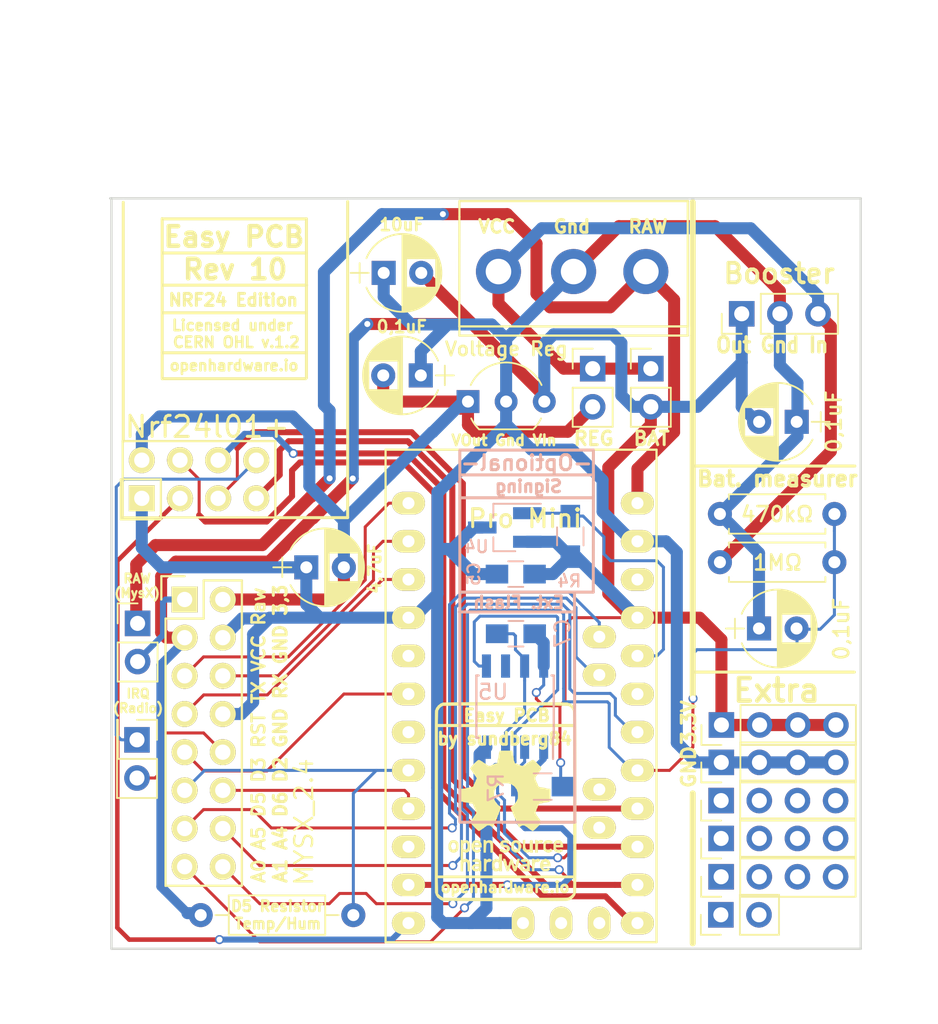
<source format=kicad_pcb>
(kicad_pcb (version 4) (host pcbnew 4.0.4-stable)
  (layers (0 F.Cu signal) (31 B.Cu signal) (34 B.Paste user) (35 F.Paste user) (36 B.SilkS user) (37 F.SilkS user) (38 B.Mask user) (39 F.Mask user) (44 Edge.Cuts user))
  (net 0 "")
  (net 1 +3V3)
  (net 2 GND)
  (net 3 "Net-(JP1-Pad1)")
  (net 4 RAW)
  (net 5 TX)
  (net 6 RX)
  (net 7 D3)
  (net 8 D5)
  (net 9 D6)
  (net 10 MOSI)
  (net 11 MISO)
  (net 12 SCK)
  (net 13 A0)
  (net 14 A1)
  (net 15 A4)
  (net 16 A5)
  (net 17 Reset)
  (net 18 A3)
  (net 19 "Net-(C7-Pad2)")
  (net 20 Flash_CS)
  (net 21 VCC)
  (net 22 D2/IRQ)
  (net 23 CS)
  (net 24 CSN)
  (net 25 "Net-(JP3-Pad2)")
  (net 26 "Net-(JP4-Pad1)")
  (module Pin_Headers:Pin_Header_Straight_1x03_Pitch2.54mm (layer F.Cu) (at 166.59 69.29 90)
    (fp_text reference U1 hide)
    (fp_text value DC/DCBooster hide)
    (pad 1 thru_hole rect (at 0 0 90) (size 1.7 1.7) (drill 1) (layers *.Cu *.Mask) (net 21 VCC))
    (pad 2 thru_hole oval (at 0 2.54 90) (size 1.7 1.7) (drill 1) (layers *.Cu *.Mask) (net 2 GND))
    (pad 3 thru_hole oval (at 0 5.08 90) (size 1.7 1.7) (drill 1) (layers *.Cu *.Mask) (net 3 "Net-(JP1-Pad1)"))
  )
  (module Resistors_ThroughHole:R_Axial_DIN0207_L6.3mm_D2.5mm_P10.16mm_Horizontal (layer F.Cu) (at 130.58 109.3)
    (fp_text reference R1 hide)
    (fp_text value R hide)
    (pad 1 thru_hole circle (at 0 0) (size 1.6 1.6) (drill 0.8) (layers *.Cu *.Mask) (net 21 VCC))
    (pad 2 thru_hole oval (at 10.16 0) (size 1.6 1.6) (drill 0.8) (layers *.Cu *.Mask) (net 8 D5))
  )
  (module mysensors_arduino:pro_mini (layer F.Cu) (at 152.03 95.86 270)
    (fp_text reference IC1 hide)
    (fp_text value ArduinoProMini hide)
    (pad 28 thru_hole oval (at 5.08 -5.08 270) (size 1.50114 2.19964) (drill 0.8001) (layers *.Cu *.Mask F.SilkS))
    (pad 27 thru_hole oval (at 7.62 -5.08 270) (size 1.50114 2.19964) (drill 0.8001) (layers *.Cu *.Mask F.SilkS))
    (pad 1 thru_hole oval (at -13.97 7.62 270) (size 1.50114 2.19964) (drill 0.8001) (layers *.Cu *.Mask F.SilkS) (net 5 TX))
    (pad 2 thru_hole oval (at -11.43 7.62 270) (size 1.50114 2.19964) (drill 0.8001) (layers *.Cu *.Mask F.SilkS) (net 6 RX))
    (pad 3 thru_hole oval (at -8.89 7.62 270) (size 1.50114 2.19964) (drill 0.8001) (layers *.Cu *.Mask F.SilkS) (net 17 Reset))
    (pad 4 thru_hole oval (at -6.35 7.62 270) (size 1.50114 2.19964) (drill 0.8001) (layers *.Cu *.Mask F.SilkS) (net 2 GND))
    (pad 5 thru_hole oval (at -3.81 7.62 270) (size 1.50114 2.19964) (drill 0.8001) (layers *.Cu *.Mask F.SilkS) (net 22 D2/IRQ))
    (pad 6 thru_hole oval (at -1.27 7.62 270) (size 1.50114 2.19964) (drill 0.8001) (layers *.Cu *.Mask F.SilkS) (net 7 D3))
    (pad 7 thru_hole oval (at 1.27 7.62 270) (size 1.50114 2.19964) (drill 0.8001) (layers *.Cu *.Mask F.SilkS))
    (pad 8 thru_hole oval (at 3.81 7.62 270) (size 1.50114 2.19964) (drill 0.8001) (layers *.Cu *.Mask F.SilkS) (net 8 D5))
    (pad 9 thru_hole oval (at 6.35 7.62 270) (size 1.50114 2.19964) (drill 0.8001) (layers *.Cu *.Mask F.SilkS) (net 9 D6))
    (pad 10 thru_hole oval (at 8.89 7.62 270) (size 1.50114 2.19964) (drill 0.8001) (layers *.Cu *.Mask F.SilkS))
    (pad 11 thru_hole oval (at 11.43 7.62 270) (size 1.50114 2.19964) (drill 0.8001) (layers *.Cu *.Mask F.SilkS) (net 20 Flash_CS))
    (pad 12 thru_hole oval (at 13.97 7.62 270) (size 1.50114 2.19964) (drill 0.8001) (layers *.Cu *.Mask F.SilkS) (net 23 CS))
    (pad 13 thru_hole oval (at 13.97 -7.62 270) (size 1.50114 2.19964) (drill 0.8001) (layers *.Cu *.Mask F.SilkS) (net 24 CSN))
    (pad 14 thru_hole oval (at 11.43 -7.62 270) (size 1.50114 2.19964) (drill 0.8001) (layers *.Cu *.Mask F.SilkS) (net 10 MOSI))
    (pad 15 thru_hole oval (at 8.89 -7.62 270) (size 1.50114 2.19964) (drill 0.8001) (layers *.Cu *.Mask F.SilkS) (net 11 MISO))
    (pad 16 thru_hole oval (at 6.35 -7.62 270) (size 1.50114 2.19964) (drill 0.8001) (layers *.Cu *.Mask F.SilkS) (net 12 SCK))
    (pad 17 thru_hole oval (at 3.81 -7.62 270) (size 1.50114 2.19964) (drill 0.8001) (layers *.Cu *.Mask F.SilkS) (net 13 A0))
    (pad 18 thru_hole oval (at 1.27 -7.62 270) (size 1.50114 2.19964) (drill 0.8001) (layers *.Cu *.Mask F.SilkS) (net 14 A1))
    (pad 19 thru_hole oval (at -1.27 -7.62 270) (size 1.50114 2.19964) (drill 0.8001) (layers *.Cu *.Mask F.SilkS))
    (pad 20 thru_hole oval (at -3.81 -7.62 270) (size 1.50114 2.19964) (drill 0.8001) (layers *.Cu *.Mask F.SilkS) (net 18 A3))
    (pad 21 thru_hole oval (at -6.35 -7.62 270) (size 1.50114 2.19964) (drill 0.8001) (layers *.Cu *.Mask F.SilkS) (net 21 VCC))
    (pad 22 thru_hole oval (at -8.89 -7.62 270) (size 1.50114 2.19964) (drill 0.8001) (layers *.Cu *.Mask F.SilkS))
    (pad 23 thru_hole oval (at -11.43 -7.62 270) (size 1.50114 2.19964) (drill 0.8001) (layers *.Cu *.Mask F.SilkS) (net 2 GND))
    (pad 24 thru_hole oval (at -13.97 -7.62 270) (size 1.50114 2.19964) (drill 0.8001) (layers *.Cu *.Mask F.SilkS) (net 4 RAW))
    (pad 25 thru_hole oval (at -2.54 -5.08 270) (size 1.50114 2.19964) (drill 0.8001) (layers *.Cu *.Mask F.SilkS) (net 15 A4))
    (pad 26 thru_hole oval (at -5.08 -5.08 270) (size 1.50114 2.19964) (drill 0.8001) (layers *.Cu *.Mask F.SilkS) (net 16 A5))
    (pad 30 thru_hole oval (at 13.97 -5.08 270) (size 2.19964 1.50114) (drill 0.8001) (layers *.Cu *.Mask F.SilkS))
    (pad 31 thru_hole oval (at 13.97 -2.54 270) (size 2.19964 1.50114) (drill 0.8001) (layers *.Cu *.Mask F.SilkS))
    (pad 29 thru_hole oval (at 13.97 0 270) (size 2.19964 1.50114) (drill 0.8001) (layers *.Cu *.Mask F.SilkS) (net 2 GND))
  )
  (module Resistors_ThroughHole:R_Axial_DIN0207_L6.3mm_D2.5mm_P7.62mm_Horizontal (layer F.Cu) (at 165.14 85.82)
    (fp_text reference R3 hide)
    (fp_text value 1M hide)
    (pad 1 thru_hole circle (at 0 0) (size 1.6 1.6) (drill 0.8) (layers *.Cu *.Mask) (net 3 "Net-(JP1-Pad1)"))
    (pad 2 thru_hole oval (at 7.62 0) (size 1.6 1.6) (drill 0.8) (layers *.Cu *.Mask) (net 13 A0))
  )
  (module Capacitors_ThroughHole:CP_Radial_D5.0mm_P2.50mm (layer F.Cu) (at 167.74 90.23)
    (fp_text reference C3 hide)
    (fp_text value C hide)
    (pad 1 thru_hole rect (at 0 0) (size 1.6 1.6) (drill 0.8) (layers *.Cu *.Mask) (net 2 GND))
    (pad 2 thru_hole circle (at 2.5 0) (size 1.6 1.6) (drill 0.8) (layers *.Cu *.Mask) (net 13 A0))
  )
  (module Capacitors_ThroughHole:CP_Radial_D5.0mm_P2.50mm (layer F.Cu) (at 142.76 66.57)
    (fp_text reference C2 hide)
    (fp_text value 10uF)
    (pad 1 thru_hole rect (at 0 0) (size 1.6 1.6) (drill 0.8) (layers *.Cu *.Mask) (net 2 GND))
    (pad 2 thru_hole circle (at 2.5 0) (size 1.6 1.6) (drill 0.8) (layers *.Cu *.Mask) (net 21 VCC))
  )
  (module Pin_Headers:Pin_Header_Straight_1x02_Pitch2.54mm (layer F.Cu) (at 160.54 72.94)
    (fp_text reference JP1 hide)
    (fp_text value REG hide)
    (pad 1 thru_hole rect (at 0 0) (size 1.7 1.7) (drill 1) (layers *.Cu *.Mask) (net 3 "Net-(JP1-Pad1)"))
    (pad 2 thru_hole oval (at 0 2.54) (size 1.7 1.7) (drill 1) (layers *.Cu *.Mask) (net 21 VCC))
  )
  (module Pin_Headers:Pin_Header_Straight_1x02_Pitch2.54mm (layer F.Cu) (at 156.67 72.94)
    (fp_text reference JP2 hide)
    (fp_text value BAT hide)
    (pad 1 thru_hole rect (at 0 0) (size 1.7 1.7) (drill 1) (layers *.Cu *.Mask) (net 3 "Net-(JP1-Pad1)"))
    (pad 2 thru_hole oval (at 0 2.54) (size 1.7 1.7) (drill 1) (layers *.Cu *.Mask) (net 1 +3V3))
  )
  (module Pin_Headers:Pin_Header_Straight_1x02_Pitch2.54mm (layer F.Cu) (at 126.38 89.89)
    (fp_text reference JP3 hide)
    (fp_text value RAW hide)
    (pad 1 thru_hole rect (at 0 0) (size 1.7 1.7) (drill 1) (layers *.Cu *.Mask) (net 4 RAW))
    (pad 2 thru_hole oval (at 0 2.54) (size 1.7 1.7) (drill 1) (layers *.Cu *.Mask) (net 25 "Net-(JP3-Pad2)"))
  )
  (module Capacitors_ThroughHole:CP_Radial_D5.0mm_P2.50mm (layer F.Cu) (at 145.23 73.39 180)
    (fp_text reference C1 hide)
    (fp_text value 0,1uF hide)
    (pad 1 thru_hole rect (at 0 0 180) (size 1.6 1.6) (drill 0.8) (layers *.Cu *.Mask) (net 2 GND))
    (pad 2 thru_hole circle (at 2.5 0 180) (size 1.6 1.6) (drill 0.8) (layers *.Cu *.Mask) (net 1 +3V3))
  )
  (module Pin_Headers:Pin_Header_Straight_1x04_Pitch2.54mm (layer F.Cu) (at 165.24 96.65 90)
    (fp_text reference P4 hide)
    (fp_text value X4)
    (pad 1 thru_hole rect (at 0 0 90) (size 1.7 1.7) (drill 1) (layers *.Cu *.Mask) (net 21 VCC))
    (pad 2 thru_hole oval (at 0 2.54 90) (size 1.7 1.7) (drill 1) (layers *.Cu *.Mask) (net 21 VCC))
    (pad 3 thru_hole oval (at 0 5.08 90) (size 1.7 1.7) (drill 1) (layers *.Cu *.Mask) (net 21 VCC))
    (pad 4 thru_hole oval (at 0 7.62 90) (size 1.7 1.7) (drill 1) (layers *.Cu *.Mask) (net 21 VCC))
  )
  (module Pin_Headers:Pin_Header_Straight_1x04_Pitch2.54mm (layer F.Cu) (at 165.23 99.14 90)
    (fp_text reference P5 hide)
    (fp_text value X5)
    (pad 1 thru_hole rect (at 0 0 90) (size 1.7 1.7) (drill 1) (layers *.Cu *.Mask) (net 2 GND))
    (pad 2 thru_hole oval (at 0 2.54 90) (size 1.7 1.7) (drill 1) (layers *.Cu *.Mask) (net 2 GND))
    (pad 3 thru_hole oval (at 0 5.08 90) (size 1.7 1.7) (drill 1) (layers *.Cu *.Mask) (net 2 GND))
    (pad 4 thru_hole oval (at 0 7.62 90) (size 1.7 1.7) (drill 1) (layers *.Cu *.Mask) (net 2 GND))
  )
  (module Pin_Headers:Pin_Header_Straight_1x04_Pitch2.54mm (layer F.Cu) (at 165.22 104.2 90)
    (fp_text reference P7 hide)
    (fp_text value X7)
    (pad 1 thru_hole rect (at 0 0 90) (size 1.7 1.7) (drill 1) (layers *.Cu *.Mask))
    (pad 2 thru_hole oval (at 0 2.54 90) (size 1.7 1.7) (drill 1) (layers *.Cu *.Mask))
    (pad 3 thru_hole oval (at 0 5.08 90) (size 1.7 1.7) (drill 1) (layers *.Cu *.Mask))
    (pad 4 thru_hole oval (at 0 7.62 90) (size 1.7 1.7) (drill 1) (layers *.Cu *.Mask))
  )
  (module Pin_Headers:Pin_Header_Straight_1x04_Pitch2.54mm (layer F.Cu) (at 165.22 106.75 90)
    (fp_text reference P8 hide)
    (fp_text value X8)
    (pad 1 thru_hole rect (at 0 0 90) (size 1.7 1.7) (drill 1) (layers *.Cu *.Mask))
    (pad 2 thru_hole oval (at 0 2.54 90) (size 1.7 1.7) (drill 1) (layers *.Cu *.Mask))
    (pad 3 thru_hole oval (at 0 5.08 90) (size 1.7 1.7) (drill 1) (layers *.Cu *.Mask))
    (pad 4 thru_hole oval (at 0 7.62 90) (size 1.7 1.7) (drill 1) (layers *.Cu *.Mask))
  )
  (module Pin_Headers:Pin_Header_Straight_1x04_Pitch2.54mm (layer F.Cu) (at 165.22 101.68 90)
    (fp_text reference P6 hide)
    (fp_text value X6)
    (pad 1 thru_hole rect (at 0 0 90) (size 1.7 1.7) (drill 1) (layers *.Cu *.Mask))
    (pad 2 thru_hole oval (at 0 2.54 90) (size 1.7 1.7) (drill 1) (layers *.Cu *.Mask))
    (pad 3 thru_hole oval (at 0 5.08 90) (size 1.7 1.7) (drill 1) (layers *.Cu *.Mask))
    (pad 4 thru_hole oval (at 0 7.62 90) (size 1.7 1.7) (drill 1) (layers *.Cu *.Mask))
  )
  (module Pin_Headers:Pin_Header_Straight_1x02_Pitch2.54mm (layer F.Cu) (at 165.2 109.28 90)
    (fp_text reference P9 hide)
    (fp_text value X9)
    (pad 1 thru_hole rect (at 0 0 90) (size 1.7 1.7) (drill 1) (layers *.Cu *.Mask))
    (pad 2 thru_hole oval (at 0 2.54 90) (size 1.7 1.7) (drill 1) (layers *.Cu *.Mask))
  )
  (module ASKicadLib:3_block_Screw_Terminal (layer F.Cu) (at 155.4 66.48)
    (fp_text reference P1 hide)
    (fp_text value Power hide)
    (pad 3 thru_hole circle (at 4.81 0) (size 3 3) (drill 1.7) (layers *.Cu *.Mask) (net 4 RAW))
    (pad 1 thru_hole circle (at -5 0) (size 3 3) (drill 1.7) (layers *.Cu *.Mask) (net 3 "Net-(JP1-Pad1)"))
    (pad 2 thru_hole circle (at 0 0) (size 3 3) (drill 1.7) (layers *.Cu *.Mask) (net 2 GND))
  )
  (module mysensors_connectors:MYSX_2.4 (layer F.Cu) (at 129.51 88.3)
    (fp_text reference P2 hide)
    (fp_text value MYSX_2.4 (at 7.94 14.81 90) (layer F.SilkS) (effects (font (size 1.2 1.2))))
    (pad 16 thru_hole oval (at 2.54 17.78) (size 1.7272 1.7272) (drill 1.016) (layers *.Cu *.Mask F.SilkS) (net 14 A1))
    (pad 15 thru_hole oval (at 0 17.78) (size 1.7272 1.7272) (drill 1.016) (layers *.Cu *.Mask F.SilkS) (net 13 A0))
    (pad 14 thru_hole oval (at 2.54 15.24) (size 1.7272 1.7272) (drill 1.016) (layers *.Cu *.Mask F.SilkS) (net 15 A4))
    (pad 13 thru_hole oval (at 0 15.24) (size 1.7272 1.7272) (drill 1.016) (layers *.Cu *.Mask F.SilkS) (net 16 A5))
    (pad 12 thru_hole oval (at 2.54 12.7) (size 1.7272 1.7272) (drill 1.016) (layers *.Cu *.Mask F.SilkS) (net 9 D6))
    (pad 11 thru_hole oval (at 0 12.7) (size 1.7272 1.7272) (drill 1.016) (layers *.Cu *.Mask F.SilkS) (net 8 D5))
    (pad 10 thru_hole oval (at 2.54 10.16) (size 1.7272 1.7272) (drill 1.016) (layers *.Cu *.Mask F.SilkS) (net 22 D2/IRQ))
    (pad 9 thru_hole oval (at 0 10.16) (size 1.7272 1.7272) (drill 1.016) (layers *.Cu *.Mask F.SilkS) (net 7 D3))
    (pad 1 thru_hole rect (at 0 0) (size 1.7272 1.7272) (drill 1.016) (layers *.Cu *.Mask F.SilkS) (net 25 "Net-(JP3-Pad2)"))
    (pad 2 thru_hole oval (at 2.54 0) (size 1.7272 1.7272) (drill 1.016) (layers *.Cu *.Mask F.SilkS) (net 1 +3V3))
    (pad 3 thru_hole oval (at 0 2.54) (size 1.7272 1.7272) (drill 1.016) (layers *.Cu *.Mask F.SilkS) (net 21 VCC))
    (pad 4 thru_hole oval (at 2.54 2.54) (size 1.7272 1.7272) (drill 1.016) (layers *.Cu *.Mask F.SilkS) (net 2 GND))
    (pad 5 thru_hole oval (at 0 5.08) (size 1.7272 1.7272) (drill 1.016) (layers *.Cu *.Mask F.SilkS) (net 5 TX))
    (pad 6 thru_hole oval (at 2.54 5.08) (size 1.7272 1.7272) (drill 1.016) (layers *.Cu *.Mask F.SilkS) (net 6 RX))
    (pad 7 thru_hole oval (at 0 7.62) (size 1.7272 1.7272) (drill 1.016) (layers *.Cu *.Mask F.SilkS) (net 17 Reset))
    (pad 8 thru_hole oval (at 2.54 7.62) (size 1.7272 1.7272) (drill 1.016) (layers *.Cu *.Mask F.SilkS) (net 2 GND))
  )
  (module Resistors_ThroughHole:R_Axial_DIN0207_L6.3mm_D2.5mm_P7.62mm_Horizontal (layer F.Cu) (at 165.14 82.61)
    (fp_text reference R2 hide)
    (fp_text value 470k hide)
    (pad 1 thru_hole circle (at 0 0) (size 1.6 1.6) (drill 0.8) (layers *.Cu *.Mask) (net 2 GND))
    (pad 2 thru_hole oval (at 7.62 0) (size 1.6 1.6) (drill 0.8) (layers *.Cu *.Mask) (net 13 A0))
  )
  (module Capacitors_SMD:C_0805_HandSoldering (layer B.Cu) (at 151.55 86.61 180)
    (fp_text reference C5 (at 2.79 0 270) (layer B.SilkS) (effects (font (size 0.8 0.8)) (justify mirror)))
    (fp_text value 0,1uF)
    (pad 1 smd rect (at -1.25 0 180) (size 1.5 1.25) (layers B.Cu B.Paste B.Mask) (net 21 VCC))
    (pad 2 smd rect (at 1.25 0 180) (size 1.5 1.25) (layers B.Cu B.Paste B.Mask) (net 2 GND))
  )
  (module Resistors_SMD:R_0805_HandSoldering (layer B.Cu) (at 155.18 84.1 270)
    (fp_text reference R4 (at 2.972 0.062 360) (layer B.SilkS) (effects (font (size 0.8 0.8)) (justify mirror)))
    (fp_text value 10k)
    (pad 1 smd rect (at -1.35 0 270) (size 1.5 1.3) (layers B.Cu B.Paste B.Mask) (net 18 A3))
    (pad 2 smd rect (at 1.35 0 270) (size 1.5 1.3) (layers B.Cu B.Paste B.Mask) (net 21 VCC))
  )
  (module TO_SOT_Packages_SMD:SOT-23_Handsoldering (layer B.Cu) (at 150.82 83.51 180)
    (fp_text reference U4 (at 1.891 -1.277 180) (layer B.SilkS) (effects (font (size 0.8 0.8)) (justify mirror)))
    (fp_text value ATSHA204A)
    (pad 1 smd rect (at -1.5 0.95 180) (size 1.9 0.8) (layers B.Cu B.Paste B.Mask) (net 18 A3))
    (pad 2 smd rect (at -1.5 -0.95 180) (size 1.9 0.8) (layers B.Cu B.Paste B.Mask) (net 21 VCC))
    (pad 3 smd rect (at 1.5 0 180) (size 1.9 0.8) (layers B.Cu B.Paste B.Mask) (net 2 GND))
  )
  (module Capacitors_ThroughHole:CP_Radial_D5.0mm_P2.50mm (layer F.Cu) (at 170.25 76.48 180)
    (fp_text reference C4 hide)
    (fp_text value C hide)
    (pad 1 thru_hole rect (at 0 0 180) (size 1.6 1.6) (drill 0.8) (layers *.Cu *.Mask) (net 2 GND))
    (pad 2 thru_hole circle (at 2.5 0 180) (size 1.6 1.6) (drill 0.8) (layers *.Cu *.Mask) (net 21 VCC))
  )
  (module Capacitors_SMD:C_0805_HandSoldering (layer B.Cu) (at 151.56 90.58 180)
    (fp_text reference C7 (at -3.11 0.03 270) (layer B.SilkS) (effects (justify mirror)))
    (fp_text value 0,1uF)
    (pad 1 smd rect (at -1.25 0 180) (size 1.5 1.25) (layers B.Cu B.Paste B.Mask) (net 1 +3V3))
    (pad 2 smd rect (at 1.25 0 180) (size 1.5 1.25) (layers B.Cu B.Paste B.Mask) (net 19 "Net-(C7-Pad2)"))
  )
  (module Resistors_SMD:R_0805_HandSoldering (layer B.Cu) (at 153.34 100.75)
    (fp_text reference R7 (at -3.11 0.07 270) (layer B.SilkS) (effects (justify mirror)))
    (fp_text value 10k)
    (pad 1 smd rect (at -1.35 0) (size 1.5 1.3) (layers B.Cu B.Paste B.Mask) (net 20 Flash_CS))
    (pad 2 smd rect (at 1.35 0) (size 1.5 1.3) (layers B.Cu B.Paste B.Mask) (net 1 +3V3))
  )
  (module Housings_SOIC:SOIC-8_3.9x4.9mm_Pitch1.27mm (layer B.Cu) (at 151.505 95.43 90)
    (fp_text reference U5 (at 0.98 -1.465 180) (layer B.SilkS) (effects (justify mirror)))
    (fp_text value AT25DF512C)
    (pad 1 smd rect (at -2.7 1.905 90) (size 1.55 0.6) (layers B.Cu B.Paste B.Mask) (net 20 Flash_CS))
    (pad 2 smd rect (at -2.7 0.635 90) (size 1.55 0.6) (layers B.Cu B.Paste B.Mask) (net 11 MISO))
    (pad 3 smd rect (at -2.7 -0.635 90) (size 1.55 0.6) (layers B.Cu B.Paste B.Mask) (net 19 "Net-(C7-Pad2)"))
    (pad 4 smd rect (at -2.7 -1.905 90) (size 1.55 0.6) (layers B.Cu B.Paste B.Mask) (net 2 GND))
    (pad 5 smd rect (at 2.7 -1.905 90) (size 1.55 0.6) (layers B.Cu B.Paste B.Mask) (net 10 MOSI))
    (pad 6 smd rect (at 2.7 -0.635 90) (size 1.55 0.6) (layers B.Cu B.Paste B.Mask))
    (pad 7 smd rect (at 2.7 0.635 90) (size 1.55 0.6) (layers B.Cu B.Paste B.Mask) (net 19 "Net-(C7-Pad2)"))
    (pad 8 smd rect (at 2.7 1.905 90) (size 1.55 0.6) (layers B.Cu B.Paste B.Mask) (net 1 +3V3))
  )
  (module Mounting_Holes:MountingHole_2.5mm (layer F.Cu) (at 126.95 109.26)
    (fp_text reference P3 hide)
    (fp_text value Mount_Hole)
    (pad 1 np_thru_hole circle (at 0 0) (size 2.5 2.5) (drill 2.5) (layers *.Cu *.Mask))
  )
  (module Mounting_Holes:MountingHole_2.5mm (layer F.Cu) (at 171.99 109.77)
    (fp_text reference P10 hide)
    (fp_text value Mount_Hole)
    (pad 1 np_thru_hole circle (at 0 0) (size 2.5 2.5) (drill 2.5) (layers *.Cu *.Mask))
  )
  (module Mounting_Holes:MountingHole_2.5mm (layer F.Cu) (at 172.03 64.1)
    (fp_text reference P11 hide)
    (fp_text value Mount_Hole hide)
    (pad 1 np_thru_hole circle (at 0 0) (size 2.5 2.5) (drill 2.5) (layers *.Cu *.Mask))
  )
  (module TO_SOT_Packages_THT:TO-92_Inline_Wide (layer F.Cu) (at 148.37 75.13)
    (fp_text reference U2 hide)
    (fp_text value LE33)
    (pad 2 thru_hole circle (at 2.54 0 90) (size 1.52 1.52) (drill 0.8) (layers *.Cu *.Mask) (net 2 GND))
    (pad 3 thru_hole circle (at 5.08 0 90) (size 1.52 1.52) (drill 0.8) (layers *.Cu *.Mask) (net 21 VCC))
    (pad 1 thru_hole rect (at 0 0 90) (size 1.52 1.52) (drill 0.8) (layers *.Cu *.Mask) (net 1 +3V3))
  )
  (module Capacitors_ThroughHole:CP_Radial_D5.0mm_P2.50mm (layer F.Cu) (at 137.61 86.16)
    (fp_text reference C6 hide)
    (fp_text value 4,7uF hide)
    (pad 1 thru_hole rect (at 0 0) (size 1.6 1.6) (drill 0.8) (layers *.Cu *.Mask) (net 2 GND))
    (pad 2 thru_hole circle (at 2.5 0) (size 1.6 1.6) (drill 0.8) (layers *.Cu *.Mask) (net 1 +3V3))
  )
  (module Pin_Headers:Pin_Header_Straight_2x01_Pitch2.54mm (layer F.Cu) (at 126.3396 97.6376 270)
    (fp_text reference JP4 hide)
    (fp_text value JUMPER)
    (pad 1 thru_hole rect (at 0 0 270) (size 1.7 1.7) (drill 1) (layers *.Cu *.Mask) (net 26 "Net-(JP4-Pad1)"))
    (pad 2 thru_hole oval (at 2.54 0 270) (size 1.7 1.7) (drill 1) (layers *.Cu *.Mask) (net 22 D2/IRQ))
  )
  (module mysensors_radios:NRF24L01 (layer F.Cu) (at 125.136 83.094 180)
    (fp_text reference U3 hide)
    (fp_text value NRF24L01 hide)
    (pad 7 thru_hole oval (at -9.144 1.524 180) (size 1.7272 1.7272) (drill 1.016) (layers *.Cu *.Mask F.SilkS) (net 11 MISO))
    (pad 8 thru_hole oval (at -9.144 4.064 180) (size 1.7272 1.7272) (drill 1.016) (layers *.Cu *.Mask F.SilkS) (net 26 "Net-(JP4-Pad1)"))
    (pad 5 thru_hole oval (at -6.604 1.524 180) (size 1.7272 1.7272) (drill 1.016) (layers *.Cu *.Mask F.SilkS) (net 12 SCK))
    (pad 6 thru_hole oval (at -6.604 4.064 180) (size 1.7272 1.7272) (drill 1.016) (layers *.Cu *.Mask F.SilkS) (net 10 MOSI))
    (pad 3 thru_hole oval (at -4.064 1.524 180) (size 1.7272 1.7272) (drill 1.016) (layers *.Cu *.Mask F.SilkS) (net 23 CS))
    (pad 4 thru_hole oval (at -4.064 4.064 180) (size 1.7272 1.7272) (drill 1.016) (layers *.Cu *.Mask F.SilkS) (net 24 CSN))
    (pad 1 thru_hole rect (at -1.524 1.524 180) (size 1.7272 1.7272) (drill 1.016) (layers *.Cu *.Mask F.SilkS) (net 2 GND))
    (pad 2 thru_hole oval (at -1.524 4.064 180) (size 1.7272 1.7272) (drill 1.016) (layers *.Cu *.Mask F.SilkS) (net 1 +3V3))
  )
  (module graphicslogo:OpenSourceLogo_1000x1000_neg (layer F.Cu) (at 150.86 101.74)
    (fp_text reference G*** hide)
    (fp_text value LOGO hide)
  )
  (gr_text Nrf24l01+ (at 131.0132 76.8096) (layer F.SilkS) (effects (font (size 1.4 1.4) (thickness 0.2))))
  (gr_line (start 125.4252 77.7748) (end 125.4252 61.8744) (layer F.SilkS) (width 0.2))
  (gr_line (start 140.3604 82.8548) (end 140.3604 61.8236) (layer F.SilkS) (width 0.2))
  (gr_line (start 135.5344 82.8548) (end 140.3604 82.8548) (layer F.SilkS) (width 0.2))
  (gr_text 4,7uF (at 142.17 86.25 90) (layer F.SilkS) (effects (font (size 0.8 0.8) (thickness 0.175))))
  (gr_text "REG  BAT" (at 158.6 77.59) (layer F.SilkS) (effects (font (size 0.9 0.9) (thickness 0.2))))
  (gr_text "VCC    Gnd    RAW\n\n" (at 155.35 64.17) (layer F.SilkS) (effects (font (size 0.85 0.85) (thickness 0.2))))
  (gr_text "IRQ\n(Radio)" (at 126.41 95.0468) (layer F.SilkS) (effects (font (size 0.6 0.6))))
  (gr_text "Ext. Flash" (at 151.75 88.5) (layer B.SilkS) (effects (font (size 0.8 0.8) (thickness 0.2)) (justify mirror)))
  (gr_line (start 147.8 89.13) (end 155.44 89.13) (layer B.SilkS) (width 0.2))
  (gr_line (start 147.85 103.12) (end 155.49 103.12) (layer B.SilkS) (width 0.2))
  (gr_line (start 155.46 87.82) (end 155.48 103.1) (layer B.SilkS) (width 0.2))
  (gr_line (start 147.84 87.81) (end 156.71 87.81) (layer B.SilkS) (width 0.2))
  (gr_text Signing (at 152.4 80.772) (layer B.SilkS) (effects (font (size 0.8 0.8) (thickness 0.2)) (justify mirror)))
  (gr_line (start 147.828 80.01) (end 156.718 80.01) (layer B.SilkS) (width 0.2))
  (gr_text "-Optional-\n" (at 152.273 79.21) (layer B.SilkS) (effects (font (size 1 1) (thickness 0.2)) (justify mirror)))
  (gr_line (start 156.718 78.359) (end 156.718 80.137) (layer B.SilkS) (width 0.2))
  (gr_line (start 147.828 78.359) (end 156.718 78.359) (layer B.SilkS) (width 0.2))
  (gr_line (start 147.828 80.137) (end 147.828 78.359) (layer B.SilkS) (width 0.2))
  (gr_line (start 156.718 80.137) (end 156.718 81.407) (layer B.SilkS) (width 0.2))
  (gr_line (start 147.828 81.407) (end 147.828 80.137) (layer B.SilkS) (width 0.2))
  (gr_line (start 147.828 88.392) (end 147.828 88.265) (layer B.SilkS) (width 0.2))
  (gr_line (start 156.718 81.407) (end 156.71 87.81) (layer B.SilkS) (width 0.2))
  (gr_line (start 147.828 81.534) (end 156.718 81.534) (layer B.SilkS) (width 0.2))
  (gr_line (start 147.83 103.1) (end 147.828 81.407) (layer B.SilkS) (width 0.2))
  (gr_text 10uF (at 143.96 63.36 360) (layer F.SilkS) (effects (font (size 0.8 0.8) (thickness 0.175))))
  (gr_text 0,1uF (at 143.96 70.15 360) (layer F.SilkS) (effects (font (size 0.8 0.8) (thickness 0.175))))
  (gr_text "Voltage Reg" (at 150.9268 71.628) (layer F.SilkS) (effects (font (size 0.9 0.9) (thickness 0.175))))
  (gr_text 0,1uF (at 172.72 76.47 90) (layer F.SilkS) (effects (font (size 1 1) (thickness 0.175))))
  (gr_text "0,1uF\n" (at 173.22 90.26 90) (layer F.SilkS) (effects (font (size 1 1) (thickness 0.175))))
  (gr_text "1MΩ\n" (at 168.98 85.85) (layer F.SilkS) (effects (font (size 1 1) (thickness 0.175))))
  (gr_text "470kΩ\n" (at 168.95 82.63) (layer F.SilkS) (effects (font (size 1 1) (thickness 0.175))))
  (gr_text "D5 Resistor" (at 135.68 108.71) (layer F.SilkS) (effects (font (size 0.7 0.7) (thickness 0.175))))
  (gr_text "Out Gnd In" (at 168.62 71.37) (layer F.SilkS) (effects (font (size 1 0.9) (thickness 0.225))))
  (gr_line (start 163.33 94.79) (end 163.33 61.87) (angle 90) (layer F.SilkS) (width 0.4))
  (gr_line (start 163.33 101.2) (end 163.33 111.18) (angle 90) (layer F.SilkS) (width 0.4))
  (gr_text GND (at 163.06 99.44 90) (layer F.SilkS) (effects (font (size 0.9 0.9) (thickness 0.2))))
  (gr_text 3.3V (at 163.06 96.49 90) (layer F.SilkS) (effects (font (size 0.9 0.9) (thickness 0.2))))
  (gr_text "VOut Gnd VIn" (at 150.77 77.71) (layer F.SilkS) (effects (font (size 0.7 0.7) (thickness 0.175))))
  (gr_text "Pro Mini" (at 152.17 82.91) (layer F.SilkS) (effects (font (size 1.2 1.2) (thickness 0.2))))
  (gr_line (start 137.5664 73.6092) (end 128.0364 73.6092) (angle 90) (layer F.SilkS) (width 0.2))
  (gr_text openhardware.io (at 132.8 72.7352) (layer F.SilkS) (effects (font (size 0.7 0.7) (thickness 0.175))))
  (gr_text openhardware.io (at 150.84 107.45) (layer F.SilkS) (effects (font (size 0.7 0.7) (thickness 0.175))))
  (gr_text "by sundberg84" (at 150.81 97.57) (layer F.SilkS) (effects (font (size 0.8 0.8) (thickness 0.2))))
  (gr_text "Easy PCB" (at 150.95 96.02) (layer F.SilkS) (effects (font (size 0.8 0.8) (thickness 0.2))))
  (gr_line (start 137.54 71.8852) (end 128.01 71.8852) (angle 90) (layer F.SilkS) (width 0.2))
  (gr_text "Licensed under \nCERN OHL v.1.2" (at 132.95 70.6252) (layer F.SilkS) (effects (font (size 0.7 0.7) (thickness 0.175))))
  (gr_line (start 137.57 69.2252) (end 128.04 69.2252) (angle 90) (layer F.SilkS) (width 0.2))
  (gr_text "NRF24 Edition" (at 132.75 68.3752) (layer F.SilkS) (effects (font (size 0.8 0.8) (thickness 0.2))))
  (gr_line (start 137.6172 62.9684) (end 137.6172 73.5584) (angle 90) (layer F.SilkS) (width 0.2))
  (gr_line (start 128.016 62.9592) (end 128.016 73.6092) (angle 90) (layer F.SilkS) (width 0.2))
  (gr_text "Rev 10" (at 132.87 66.3452) (layer F.SilkS) (effects (font (size 1.3 1.3) (thickness 0.3))))
  (gr_line (start 137.63 67.3852) (end 128.1 67.3852) (angle 90) (layer F.SilkS) (width 0.2))
  (gr_text "Easy PCB" (at 132.79 64.1752) (layer F.SilkS) (effects (font (size 1.3 1.3) (thickness 0.3))))
  (gr_line (start 137.61 65.2452) (end 128.08 65.2452) (angle 90) (layer F.SilkS) (width 0.2))
  (gr_line (start 128.05 62.9752) (end 137.61 62.9752) (angle 90) (layer F.SilkS) (width 0.2))
  (gr_text "RAW\n(MysX)" (at 126.35 87.39) (layer F.SilkS) (effects (font (size 0.6 0.6))))
  (gr_text "A1 A4 D6 D2 GND RX GND 3,3" (at 135.88 97.23 90) (layer F.SilkS) (effects (font (size 0.85 0.85) (thickness 0.2))))
  (gr_text "A0 A5 D5 D3 RST TX VCC Raw" (at 134.43 97.33 90) (layer F.SilkS) (effects (font (size 0.85 0.85) (thickness 0.175))))
  (gr_text Extra (at 168.91 94.35) (layer F.SilkS) (effects (font (size 1.5 1.5) (thickness 0.3))))
  (gr_line (start 163.42 93.13) (end 174.09 93.13) (angle 90) (layer F.SilkS) (width 0.2))
  (gr_text "Bat. measurer" (at 168.96 80.27) (layer F.SilkS) (effects (font (size 1 1) (thickness 0.25))))
  (gr_text Temp/Hum (at 135.71 109.87) (layer F.SilkS) (effects (font (size 0.7 0.7) (thickness 0.175))))
  (gr_text Booster (at 169.08 66.61) (layer F.SilkS) (effects (font (size 1.3 1.3) (thickness 0.25))))
  (gr_line (start 163.5 79.42) (end 174.12 79.42) (angle 90) (layer F.SilkS) (width 0.2))
  (gr_line (start 124.64 111.54) (end 124.64 61.6) (angle 90) (layer Edge.Cuts) (width 0.15))
  (gr_line (start 174.51 111.54) (end 124.64 111.54) (angle 90) (layer Edge.Cuts) (width 0.15))
  (gr_line (start 174.51 61.61) (end 174.51 111.54) (angle 90) (layer Edge.Cuts) (width 0.15))
  (gr_line (start 124.55 61.61) (end 174.51 61.61) (angle 90) (layer Edge.Cuts) (width 0.15))
  (segment (start 136.69 76.12) (end 127.85 76.12) (width 0.8) (layer B.Cu) (net 1))
  (segment (start 140.11 83.05) (end 137.81 80.75) (width 0.8) (layer B.Cu) (net 1))
  (segment (start 137.81 80.75) (end 137.81 77.24) (width 0.8) (layer B.Cu) (net 1))
  (segment (start 137.81 77.24) (end 136.69 76.12) (width 0.8) (layer B.Cu) (net 1))
  (segment (start 127.85 76.12) (end 126.66 77.31) (width 0.8) (layer B.Cu) (net 1))
  (segment (start 126.66 77.31) (end 126.66 79.03) (width 0.8) (layer B.Cu) (net 1))
  (segment (start 148.37 75.13) (end 143.33863 75.13) (width 0.8) (layer F.Cu) (net 1))
  (segment (start 143.33863 75.13) (end 142.73 74.52137) (width 0.8) (layer F.Cu) (net 1))
  (segment (start 142.73 74.52137) (end 142.73 73.39) (width 0.8) (layer F.Cu) (net 1))
  (segment (start 143.23 79.93) (end 145.99 77.17) (width 0.8) (layer B.Cu) (net 1))
  (segment (start 145.99 77.17) (end 146.02 77.17) (width 0.8) (layer B.Cu) (net 1))
  (segment (start 146.02 77.17) (end 148.06 75.13) (width 0.8) (layer B.Cu) (net 1))
  (segment (start 148.06 75.13) (end 148.37 75.13) (width 0.8) (layer B.Cu) (net 1))
  (segment (start 142.51 80.65) (end 143.23 79.93) (width 0.8) (layer B.Cu) (net 1))
  (segment (start 143.15 80.01) (end 143.23 79.93) (width 0.8) (layer B.Cu) (net 1))
  (segment (start 140.11 83.05) (end 141.99 81.17) (width 0.8) (layer B.Cu) (net 1))
  (segment (start 141.99 81.17) (end 142.51 80.65) (width 0.8) (layer B.Cu) (net 1))
  (segment (start 140.11 86.16) (end 140.11 83.05) (width 0.8) (layer B.Cu) (net 1))
  (segment (start 132.05 88.3) (end 139.10137 88.3) (width 0.8) (layer F.Cu) (net 1))
  (segment (start 139.10137 88.3) (end 140.11 87.29137) (width 0.8) (layer F.Cu) (net 1))
  (segment (start 140.11 87.29137) (end 140.11 86.16) (width 0.8) (layer F.Cu) (net 1))
  (segment (start 147.89 75.61) (end 148.37 75.13) (width 0.8) (layer F.Cu) (net 1))
  (segment (start 156.67 75.48) (end 155.01 77.14) (width 0.8) (layer F.Cu) (net 1))
  (segment (start 155.01 77.14) (end 148.82 77.14) (width 0.8) (layer F.Cu) (net 1))
  (segment (start 148.82 77.14) (end 148.37 76.69) (width 0.8) (layer F.Cu) (net 1))
  (segment (start 148.37 76.69) (end 148.37 75.13) (width 0.8) (layer F.Cu) (net 1))
  (segment (start 154.54 99.16) (end 154.54 100.49) (width 0.2) (layer B.Cu) (net 1))
  (segment (start 154.54 100.49) (end 154.41 100.62) (width 0.2) (layer B.Cu) (net 1))
  (segment (start 154.49 95.37) (end 154.49 99.11) (width 0.2) (layer F.Cu) (net 1))
  (segment (start 154.49 99.11) (end 154.54 99.16) (width 0.2) (layer F.Cu) (net 1))
  (via (at 154.54 99.16) (size 0.6) (drill 0.4) (layers F.Cu B.Cu) (net 1))
  (segment (start 154.49 95.37) (end 154.83 95.03) (width 0.2) (layer F.Cu) (net 1))
  (segment (start 153.375736 95.37) (end 154.49 95.37) (width 0.2) (layer F.Cu) (net 1))
  (segment (start 152.92 94.49) (end 152.92 94.914264) (width 0.2) (layer F.Cu) (net 1))
  (segment (start 152.92 94.914264) (end 153.375736 95.37) (width 0.2) (layer F.Cu) (net 1))
  (segment (start 153.41 92.73) (end 153.41 94) (width 0.2) (layer B.Cu) (net 1))
  (segment (start 153.41 94) (end 152.92 94.49) (width 0.2) (layer B.Cu) (net 1))
  (via (at 152.92 94.49) (size 0.6) (drill 0.4) (layers F.Cu B.Cu) (net 1))
  (segment (start 152.81 90.58) (end 153.41 91.18) (width 0.8) (layer B.Cu) (net 1))
  (segment (start 153.41 91.18) (end 153.41 92.73) (width 0.8) (layer B.Cu) (net 1))
  (segment (start 154.83 89.96) (end 155.28 89.51) (width 0.2) (layer F.Cu) (net 1))
  (segment (start 154.83 95.03) (end 154.83 89.96) (width 0.2) (layer F.Cu) (net 1))
  (segment (start 165.23 99.14) (end 163.58 99.14) (width 0.8) (layer B.Cu) (net 2))
  (segment (start 163.58 99.14) (end 162.27 97.83) (width 0.8) (layer B.Cu) (net 2))
  (segment (start 162.27 97.83) (end 162.27 85.15018) (width 0.8) (layer B.Cu) (net 2))
  (segment (start 162.27 85.15018) (end 161.54982 84.43) (width 0.8) (layer B.Cu) (net 2))
  (segment (start 161.54982 84.43) (end 159.65 84.43) (width 0.8) (layer B.Cu) (net 2))
  (segment (start 155.3 78.33) (end 152.6 78.33) (width 0.8) (layer B.Cu) (net 2))
  (segment (start 152.6 78.33) (end 150.91 76.64) (width 0.8) (layer B.Cu) (net 2))
  (segment (start 157.33 80.36) (end 155.3 78.33) (width 0.8) (layer B.Cu) (net 2))
  (segment (start 157.33 82.45925) (end 157.33 80.36) (width 0.8) (layer B.Cu) (net 2))
  (segment (start 159.65 84.43) (end 159.30075 84.43) (width 0.8) (layer B.Cu) (net 2))
  (segment (start 159.30075 84.43) (end 157.33 82.45925) (width 0.8) (layer B.Cu) (net 2))
  (segment (start 142.76 66.57) (end 142.76 68.17) (width 0.8) (layer B.Cu) (net 2))
  (segment (start 142.76 68.17) (end 144.59 70) (width 0.8) (layer B.Cu) (net 2))
  (segment (start 144.59 70) (end 147.02 70) (width 0.8) (layer B.Cu) (net 2))
  (segment (start 145.23 73.39) (end 145.23 71.79) (width 0.8) (layer B.Cu) (net 2))
  (segment (start 145.23 71.79) (end 147.02 70) (width 0.8) (layer B.Cu) (net 2))
  (segment (start 147.02 70) (end 149.94 70) (width 0.8) (layer B.Cu) (net 2))
  (segment (start 127.96 86.16) (end 126.66 84.86) (width 0.8) (layer B.Cu) (net 2))
  (segment (start 126.66 84.86) (end 126.66 81.57) (width 0.8) (layer B.Cu) (net 2))
  (segment (start 137.61 86.16) (end 127.96 86.16) (width 0.8) (layer B.Cu) (net 2))
  (segment (start 135.18 89.51) (end 138.5 89.51) (width 0.8) (layer B.Cu) (net 2))
  (segment (start 138.5 89.51) (end 144.41 89.51) (width 0.8) (layer B.Cu) (net 2))
  (segment (start 137.61 86.16) (end 137.61 88.62) (width 0.8) (layer B.Cu) (net 2))
  (segment (start 137.61 88.62) (end 138.5 89.51) (width 0.8) (layer B.Cu) (net 2))
  (segment (start 149.94 70) (end 150.91 70.97) (width 0.8) (layer B.Cu) (net 2))
  (segment (start 150.91 75.13) (end 150.91 70.97) (width 0.8) (layer B.Cu) (net 2))
  (segment (start 150.91 70.97) (end 155.4 66.48) (width 0.8) (layer B.Cu) (net 2))
  (segment (start 146.34 84.94) (end 146.34 81.16) (width 0.8) (layer B.Cu) (net 2))
  (segment (start 150.91 76.64) (end 146.39 81.16) (width 0.8) (layer B.Cu) (net 2))
  (segment (start 146.39 81.16) (end 146.34 81.16) (width 0.8) (layer B.Cu) (net 2))
  (segment (start 150.91 75.13) (end 150.91 76.64) (width 0.8) (layer B.Cu) (net 2))
  (segment (start 167.74 90.23) (end 167.74 85.21) (width 0.8) (layer B.Cu) (net 2))
  (segment (start 167.74 85.21) (end 165.14 82.61) (width 0.8) (layer B.Cu) (net 2))
  (segment (start 165.14 82.61) (end 170.3 77.45) (width 0.8) (layer B.Cu) (net 2))
  (segment (start 170.3 77.45) (end 170.3 76.69) (width 0.8) (layer B.Cu) (net 2))
  (segment (start 170.3 73.89) (end 169.13 72.72) (width 0.8) (layer B.Cu) (net 2))
  (segment (start 169.13 72.72) (end 169.13 69.29) (width 0.8) (layer B.Cu) (net 2))
  (segment (start 170.3 76.69) (end 170.3 73.89) (width 0.8) (layer B.Cu) (net 2))
  (segment (start 164.81 63.46) (end 158.42 63.46) (width 0.8) (layer F.Cu) (net 2))
  (segment (start 158.42 63.46) (end 155.4 66.48) (width 0.8) (layer F.Cu) (net 2))
  (segment (start 169.13 67.78) (end 164.81 63.46) (width 0.8) (layer F.Cu) (net 2))
  (segment (start 169.13 69.29) (end 169.13 67.78) (width 0.8) (layer F.Cu) (net 2))
  (segment (start 148.49 109.83) (end 146.72 109.83) (width 0.8) (layer B.Cu) (net 2))
  (segment (start 146.72 109.83) (end 146.319978 109.429978) (width 0.8) (layer B.Cu) (net 2))
  (segment (start 146.319978 109.429978) (end 146.319978 87.949272) (width 0.8) (layer B.Cu) (net 2))
  (segment (start 146.319978 87.949272) (end 146.34 87.92925) (width 0.8) (layer B.Cu) (net 2))
  (segment (start 167.77 99.14) (end 165.23 99.14) (width 0.8) (layer B.Cu) (net 2))
  (segment (start 170.31 99.14) (end 167.77 99.14) (width 0.8) (layer B.Cu) (net 2))
  (segment (start 172.85 99.14) (end 170.31 99.14) (width 0.8) (layer B.Cu) (net 2))
  (segment (start 148.49 109.83) (end 148.610002 109.83) (width 0.8) (layer B.Cu) (net 2))
  (segment (start 148.610002 109.83) (end 149.6 108.840002) (width 0.8) (layer B.Cu) (net 2))
  (segment (start 149.6 108.840002) (end 149.6 102.152917) (width 0.8) (layer B.Cu) (net 2))
  (segment (start 149.6 102.152917) (end 149.14005 101.692967) (width 0.8) (layer B.Cu) (net 2))
  (segment (start 149.14005 101.692967) (end 149.14005 98.58995) (width 0.8) (layer B.Cu) (net 2))
  (segment (start 149.14005 98.58995) (end 149.6 98.13) (width 0.8) (layer B.Cu) (net 2))
  (segment (start 172.85 99.14) (end 165.23 99.14) (width 0.8) (layer B.Cu) (net 2))
  (segment (start 146.34 84.94) (end 146.86 84.94) (width 0.8) (layer B.Cu) (net 2))
  (segment (start 146.86 84.94) (end 147.34 84.94) (width 0.8) (layer B.Cu) (net 2))
  (segment (start 150.3 86.61) (end 148.75 86.61) (width 0.8) (layer B.Cu) (net 2))
  (segment (start 148.75 86.61) (end 147.08 84.94) (width 0.8) (layer B.Cu) (net 2))
  (segment (start 147.08 84.94) (end 146.86 84.94) (width 0.8) (layer B.Cu) (net 2))
  (segment (start 147.34 84.94) (end 148.77 83.51) (width 0.8) (layer B.Cu) (net 2))
  (segment (start 148.77 83.51) (end 149.32 83.51) (width 0.8) (layer B.Cu) (net 2))
  (segment (start 148.49 109.83) (end 150.47943 109.83) (width 0.8) (layer B.Cu) (net 2))
  (segment (start 146.34 87.92925) (end 146.34 84.94) (width 0.8) (layer B.Cu) (net 2))
  (segment (start 146.45 84.94) (end 146.34 84.94) (width 0.8) (layer B.Cu) (net 2))
  (segment (start 150.47943 109.83) (end 152.03 109.83) (width 0.8) (layer B.Cu) (net 2))
  (segment (start 144.41 89.51) (end 144.75925 89.51) (width 0.8) (layer B.Cu) (net 2))
  (segment (start 144.75925 89.51) (end 146.34 87.92925) (width 0.8) (layer B.Cu) (net 2))
  (segment (start 135.13 89.56) (end 135.18 89.51) (width 0.8) (layer B.Cu) (net 2))
  (segment (start 135.13 89.56) (end 133.33 89.56) (width 0.8) (layer B.Cu) (net 2))
  (segment (start 134.07 95.13) (end 134.07 90.62) (width 0.8) (layer B.Cu) (net 2))
  (segment (start 134.07 90.62) (end 135.13 89.56) (width 0.8) (layer B.Cu) (net 2))
  (segment (start 133.28 95.92) (end 134.07 95.13) (width 0.8) (layer B.Cu) (net 2))
  (segment (start 132.05 95.92) (end 133.28 95.92) (width 0.8) (layer B.Cu) (net 2))
  (segment (start 133.33 89.56) (end 132.05 90.84) (width 0.8) (layer B.Cu) (net 2))
  (segment (start 165.14 85.82) (end 172.519999 78.440001) (width 0.8) (layer F.Cu) (net 3))
  (segment (start 172.519999 78.440001) (end 172.519999 70.139999) (width 0.8) (layer F.Cu) (net 3))
  (segment (start 172.519999 70.139999) (end 171.67 69.29) (width 0.8) (layer F.Cu) (net 3))
  (segment (start 156.67 72.94) (end 160.54 72.94) (width 0.8) (layer F.Cu) (net 3))
  (segment (start 150.4 66.48) (end 150.4 68.60132) (width 0.8) (layer F.Cu) (net 3))
  (segment (start 150.4 68.60132) (end 154.73868 72.94) (width 0.8) (layer F.Cu) (net 3))
  (segment (start 154.73868 72.94) (end 156.67 72.94) (width 0.8) (layer F.Cu) (net 3))
  (segment (start 171.67 69.29) (end 171.67 68.087919) (width 0.8) (layer B.Cu) (net 3))
  (segment (start 171.67 68.087919) (end 167.182081 63.6) (width 0.8) (layer B.Cu) (net 3))
  (segment (start 167.182081 63.6) (end 153.28 63.6) (width 0.8) (layer B.Cu) (net 3))
  (segment (start 153.28 63.6) (end 150.4 66.48) (width 0.8) (layer B.Cu) (net 3))
  (segment (start 160.91 72.92) (end 160.92 72.91) (width 0.8) (layer F.Cu) (net 3))
  (segment (start 156.84 72.92) (end 157.3 72.92) (width 0.8) (layer F.Cu) (net 3))
  (segment (start 165.32 86) (end 165.14 85.82) (width 0.2) (layer F.Cu) (net 3))
  (segment (start 126.29 85.96) (end 127.33 84.92) (width 0.8) (layer F.Cu) (net 4))
  (segment (start 139.16 80.24) (end 137.94 81.46) (width 0.8) (layer F.Cu) (net 4))
  (segment (start 137.94 81.46) (end 137.9 81.46) (width 0.8) (layer F.Cu) (net 4))
  (segment (start 137.9 81.46) (end 134.68001 84.67999) (width 0.8) (layer F.Cu) (net 4))
  (segment (start 134.68001 84.67999) (end 127.57001 84.67999) (width 0.8) (layer F.Cu) (net 4))
  (segment (start 127.57001 84.67999) (end 127.33 84.92) (width 0.8) (layer F.Cu) (net 4))
  (segment (start 139.16 80.24) (end 139.16 75.73) (width 0.8) (layer B.Cu) (net 4))
  (segment (start 139.16 75.73) (end 138.78 75.35) (width 0.8) (layer B.Cu) (net 4))
  (via (at 139.16 80.24) (size 0.6) (drill 0.4) (layers F.Cu B.Cu) (net 4))
  (segment (start 126.29 89.91) (end 126.29 85.96) (width 0.8) (layer F.Cu) (net 4))
  (segment (start 138.78 75.35) (end 138.78 66.52) (width 0.8) (layer B.Cu) (net 4))
  (segment (start 153.84 68.86) (end 157.83 68.86) (width 0.8) (layer F.Cu) (net 4))
  (segment (start 157.83 68.86) (end 160.21 66.48) (width 0.8) (layer F.Cu) (net 4))
  (segment (start 152.93 67.95) (end 153.84 68.86) (width 0.8) (layer F.Cu) (net 4))
  (segment (start 152.93 64.61) (end 152.93 67.95) (width 0.8) (layer F.Cu) (net 4))
  (segment (start 150.98 62.66) (end 152.93 64.61) (width 0.8) (layer F.Cu) (net 4))
  (segment (start 146.7 62.66) (end 150.98 62.66) (width 0.8) (layer F.Cu) (net 4))
  (segment (start 138.78 66.52) (end 142.64 62.66) (width 0.8) (layer B.Cu) (net 4))
  (segment (start 142.64 62.66) (end 146.7 62.66) (width 0.8) (layer B.Cu) (net 4))
  (via (at 146.7 62.66) (size 0.6) (drill 0.4) (layers F.Cu B.Cu) (net 4))
  (segment (start 159.65 81.89) (end 159.65 79.6) (width 0.8) (layer F.Cu) (net 4))
  (segment (start 159.65 79.6) (end 162.090001 77.159999) (width 0.8) (layer F.Cu) (net 4))
  (segment (start 161.709999 67.979999) (end 160.21 66.48) (width 0.8) (layer F.Cu) (net 4))
  (segment (start 162.090001 77.159999) (end 162.090001 68.360001) (width 0.8) (layer F.Cu) (net 4))
  (segment (start 162.090001 68.360001) (end 161.709999 67.979999) (width 0.8) (layer F.Cu) (net 4))
  (segment (start 144.41 81.89) (end 143.11018 81.89) (width 0.2) (layer F.Cu) (net 5))
  (segment (start 143.11018 81.89) (end 141.53 83.47018) (width 0.2) (layer F.Cu) (net 5))
  (segment (start 141.53 83.47018) (end 141.53 87.002754) (width 0.2) (layer F.Cu) (net 5))
  (segment (start 141.53 87.002754) (end 136.412754 92.12) (width 0.2) (layer F.Cu) (net 5))
  (segment (start 136.412754 92.12) (end 130.77 92.12) (width 0.2) (layer F.Cu) (net 5))
  (segment (start 130.77 92.12) (end 129.51 93.38) (width 0.2) (layer F.Cu) (net 5))
  (segment (start 132.05 93.38) (end 135.718452 93.38) (width 0.2) (layer F.Cu) (net 6))
  (segment (start 142.71 84.43) (end 144.41 84.43) (width 0.2) (layer F.Cu) (net 6))
  (segment (start 135.718452 93.38) (end 142.08 87.018452) (width 0.2) (layer F.Cu) (net 6))
  (segment (start 142.08 87.018452) (end 142.08 85.06) (width 0.2) (layer F.Cu) (net 6))
  (segment (start 142.08 85.06) (end 142.71 84.43) (width 0.2) (layer F.Cu) (net 6))
  (segment (start 129.51 98.46) (end 130.76 99.71) (width 0.2) (layer F.Cu) (net 7))
  (segment (start 130.76 99.71) (end 134.99 99.71) (width 0.2) (layer F.Cu) (net 7))
  (segment (start 134.99 99.71) (end 140.11 94.59) (width 0.2) (layer F.Cu) (net 7))
  (segment (start 140.11 94.59) (end 144.41 94.59) (width 0.2) (layer F.Cu) (net 7))
  (segment (start 140.74 109.3) (end 140.74 101.2) (width 0.2) (layer B.Cu) (net 8))
  (segment (start 140.74 101.2) (end 141.35 100.59) (width 0.2) (layer B.Cu) (net 8))
  (segment (start 144.41 99.67) (end 142.27 99.67) (width 0.2) (layer B.Cu) (net 8))
  (segment (start 142.27 99.67) (end 130.84 99.67) (width 0.2) (layer B.Cu) (net 8))
  (segment (start 141.35 100.59) (end 142.27 99.67) (width 0.2) (layer B.Cu) (net 8))
  (segment (start 130.84 99.67) (end 130.79 99.72) (width 0.2) (layer B.Cu) (net 8))
  (segment (start 129.51 101) (end 130.79 99.72) (width 0.2) (layer B.Cu) (net 8))
  (segment (start 132.05 101) (end 144.15057 101) (width 0.2) (layer F.Cu) (net 9))
  (segment (start 144.15057 101) (end 144.41 101.25943) (width 0.2) (layer F.Cu) (net 9))
  (segment (start 144.41 101.25943) (end 144.41 102.21) (width 0.2) (layer F.Cu) (net 9))
  (segment (start 135.25 77.28) (end 133.49 77.28) (width 0.4) (layer B.Cu) (net 10))
  (segment (start 136.74 78.58) (end 135.44 77.28) (width 0.4) (layer B.Cu) (net 10))
  (segment (start 135.44 77.28) (end 135.25 77.28) (width 0.4) (layer B.Cu) (net 10))
  (segment (start 145.61999 79.87999) (end 144.32 78.58) (width 0.4) (layer F.Cu) (net 10))
  (segment (start 144.32 78.58) (end 136.74 78.58) (width 0.4) (layer F.Cu) (net 10))
  (via (at 136.74 78.58) (size 0.6) (drill 0.4) (layers F.Cu B.Cu) (net 10))
  (segment (start 133.49 77.28) (end 131.74 79.03) (width 0.4) (layer B.Cu) (net 10))
  (segment (start 153.55995 107.29) (end 155.72 107.29) (width 0.4) (layer F.Cu) (net 10))
  (segment (start 155.72 107.29) (end 158.15018 107.29) (width 0.4) (layer F.Cu) (net 10))
  (segment (start 155.45 107.29) (end 155.72 107.29) (width 0.2) (layer F.Cu) (net 10))
  (segment (start 154.44 106.28) (end 155.45 107.29) (width 0.2) (layer F.Cu) (net 10))
  (segment (start 150.40001 104.13006) (end 152.54995 106.28) (width 0.2) (layer B.Cu) (net 10))
  (segment (start 152.54995 106.28) (end 154.44 106.28) (width 0.2) (layer B.Cu) (net 10))
  (via (at 154.44 106.28) (size 0.6) (drill 0.4) (layers F.Cu B.Cu) (net 10))
  (segment (start 152.75995 106.49) (end 151.878517 105.608567) (width 0.4) (layer F.Cu) (net 10))
  (segment (start 151.878517 105.608567) (end 146.729978 100.597063) (width 0.4) (layer F.Cu) (net 10))
  (segment (start 146.729978 100.597063) (end 146.729978 80.989978) (width 0.4) (layer F.Cu) (net 10))
  (segment (start 146.729978 80.989978) (end 145.61999 79.87999) (width 0.4) (layer F.Cu) (net 10))
  (segment (start 152.75995 106.49) (end 153.55995 107.29) (width 0.4) (layer F.Cu) (net 10))
  (segment (start 158.15018 107.29) (end 159.65 107.29) (width 0.4) (layer F.Cu) (net 10))
  (segment (start 154.25004 89.41004) (end 149.16996 89.41004) (width 0.2) (layer B.Cu) (net 10))
  (segment (start 148.79 89.79) (end 148.79 92.42) (width 0.2) (layer B.Cu) (net 10))
  (segment (start 150.40001 104.13006) (end 150.40001 101.821543) (width 0.2) (layer B.Cu) (net 10))
  (segment (start 150.40001 101.821543) (end 149.94006 101.361593) (width 0.2) (layer B.Cu) (net 10))
  (segment (start 149.94006 101.361593) (end 149.94006 99.51994) (width 0.2) (layer B.Cu) (net 10))
  (segment (start 148.79 92.42) (end 149.1 92.73) (width 0.2) (layer B.Cu) (net 10))
  (segment (start 149.94006 99.51994) (end 150.18 99.28) (width 0.2) (layer B.Cu) (net 10))
  (segment (start 154.33999 89.49999) (end 154.25004 89.41004) (width 0.2) (layer B.Cu) (net 10))
  (segment (start 150.18 99.28) (end 151.335002 99.28) (width 0.2) (layer B.Cu) (net 10))
  (segment (start 151.335002 99.28) (end 151.5 99.115002) (width 0.2) (layer B.Cu) (net 10))
  (segment (start 149.1 92.73) (end 149.6 92.73) (width 0.2) (layer B.Cu) (net 10))
  (segment (start 151.5 99.115002) (end 151.5 97.154998) (width 0.2) (layer B.Cu) (net 10))
  (segment (start 151.5 97.154998) (end 154.33999 94.315008) (width 0.2) (layer B.Cu) (net 10))
  (segment (start 154.33999 94.315008) (end 154.33999 89.49999) (width 0.2) (layer B.Cu) (net 10))
  (segment (start 149.16996 89.41004) (end 148.79 89.79) (width 0.2) (layer B.Cu) (net 10))
  (segment (start 159.30075 107.29) (end 159.65 107.29) (width 0.2) (layer B.Cu) (net 10))
  (segment (start 155.48 104.75) (end 151.856693 104.75) (width 0.4) (layer F.Cu) (net 11))
  (segment (start 151.856693 104.75) (end 147.329988 100.223295) (width 0.4) (layer F.Cu) (net 11))
  (segment (start 147.329989 80.728531) (end 145.851459 79.250001) (width 0.4) (layer F.Cu) (net 11))
  (segment (start 135.84 80.01) (end 134.28 81.57) (width 0.4) (layer F.Cu) (net 11))
  (segment (start 147.329988 100.223295) (end 147.329989 80.728531) (width 0.4) (layer F.Cu) (net 11))
  (segment (start 145.851459 79.250001) (end 145.840001 79.250001) (width 0.4) (layer F.Cu) (net 11))
  (segment (start 135.84 78.36) (end 135.84 80.01) (width 0.4) (layer F.Cu) (net 11))
  (segment (start 145.840001 79.250001) (end 144.36001 77.77001) (width 0.4) (layer F.Cu) (net 11))
  (segment (start 144.36001 77.77001) (end 136.42999 77.77001) (width 0.4) (layer F.Cu) (net 11))
  (segment (start 136.42999 77.77001) (end 135.84 78.36) (width 0.4) (layer F.Cu) (net 11))
  (segment (start 134.458672 81.57) (end 134.28 81.57) (width 0.4) (layer F.Cu) (net 11))
  (segment (start 134.39 81.68) (end 134.28 81.57) (width 0.4) (layer B.Cu) (net 11))
  (segment (start 155.48 104.75) (end 159.65 104.75) (width 0.4) (layer F.Cu) (net 11))
  (segment (start 154.343415 105.48585) (end 154.767679 105.48585) (width 0.2) (layer F.Cu) (net 11))
  (segment (start 154.767679 105.48585) (end 155.48 104.773529) (width 0.2) (layer F.Cu) (net 11))
  (segment (start 155.48 104.773529) (end 155.48 104.75) (width 0.2) (layer F.Cu) (net 11))
  (segment (start 150.80002 103.86002) (end 152.42585 105.48585) (width 0.2) (layer B.Cu) (net 11))
  (segment (start 152.42585 105.48585) (end 154.343415 105.48585) (width 0.2) (layer B.Cu) (net 11))
  (via (at 154.343415 105.48585) (size 0.6) (drill 0.4) (layers F.Cu B.Cu) (net 11))
  (segment (start 150.80002 103.86002) (end 150.80002 101.655854) (width 0.2) (layer B.Cu) (net 11))
  (segment (start 150.45999 99.68001) (end 151.56499 99.68001) (width 0.2) (layer B.Cu) (net 11))
  (segment (start 150.80002 101.655854) (end 150.34007 101.195904) (width 0.2) (layer B.Cu) (net 11))
  (segment (start 150.34007 101.195904) (end 150.34007 99.79993) (width 0.2) (layer B.Cu) (net 11))
  (segment (start 150.34007 99.79993) (end 150.45999 99.68001) (width 0.2) (layer B.Cu) (net 11))
  (segment (start 151.56499 99.68001) (end 152.14 99.105) (width 0.2) (layer B.Cu) (net 11))
  (segment (start 152.14 99.105) (end 152.14 98.13) (width 0.2) (layer B.Cu) (net 11))
  (segment (start 131.74 81.57) (end 133.016399 80.293601) (width 0.2) (layer F.Cu) (net 12))
  (segment (start 133.016399 80.293601) (end 133.016399 78.223601) (width 0.2) (layer F.Cu) (net 12))
  (segment (start 133.016399 78.223601) (end 134.07 77.17) (width 0.4) (layer F.Cu) (net 12))
  (segment (start 134.07 77.17) (end 144.62 77.17) (width 0.4) (layer F.Cu) (net 12))
  (segment (start 148.03 80.58) (end 148.03 99.93) (width 0.4) (layer F.Cu) (net 12))
  (segment (start 144.62 77.17) (end 148.03 80.58) (width 0.4) (layer F.Cu) (net 12))
  (segment (start 148.03 99.93) (end 150.31 102.21) (width 0.4) (layer F.Cu) (net 12))
  (segment (start 150.31 102.21) (end 159.65 102.21) (width 0.4) (layer F.Cu) (net 12))
  (segment (start 169.91 91.64) (end 163.61 91.64) (width 0.2) (layer B.Cu) (net 13))
  (segment (start 170.27 90.28) (end 170.27 91.28) (width 0.2) (layer B.Cu) (net 13))
  (segment (start 170.27 91.28) (end 169.91 91.64) (width 0.2) (layer B.Cu) (net 13))
  (segment (start 171.81 90.28) (end 170.27 90.28) (width 0.2) (layer B.Cu) (net 13))
  (segment (start 163.35 94.89) (end 163.35 91.92) (width 0.2) (layer B.Cu) (net 13))
  (segment (start 163.34 96.08) (end 163.34 94.9) (width 0.2) (layer F.Cu) (net 13))
  (segment (start 163.34 94.9) (end 163.35 94.89) (width 0.2) (layer F.Cu) (net 13))
  (via (at 163.35 94.89) (size 0.6) (drill 0.4) (layers F.Cu B.Cu) (net 13))
  (segment (start 129.51 106.08) (end 134.51 111.08) (width 0.2) (layer F.Cu) (net 13))
  (segment (start 134.51 111.08) (end 145.88 111.08) (width 0.2) (layer F.Cu) (net 13))
  (segment (start 145.88 111.08) (end 148.14 108.82) (width 0.2) (layer F.Cu) (net 13))
  (segment (start 163.34 98.12) (end 161.79 99.67) (width 0.2) (layer F.Cu) (net 13))
  (segment (start 161.79 99.67) (end 159.65 99.67) (width 0.2) (layer F.Cu) (net 13))
  (segment (start 163.34 96.08) (end 163.34 98.12) (width 0.2) (layer F.Cu) (net 13))
  (segment (start 148.52997 89.01003) (end 152.07 89.01003) (width 0.2) (layer B.Cu) (net 13))
  (segment (start 152.07 89.01003) (end 154.48003 89.01003) (width 0.2) (layer B.Cu) (net 13))
  (segment (start 172.76 89.33) (end 171.81 90.28) (width 0.2) (layer B.Cu) (net 13))
  (segment (start 172.76 85.82) (end 172.76 89.33) (width 0.2) (layer B.Cu) (net 13))
  (segment (start 172.76 82.61) (end 172.76 83.74137) (width 0.2) (layer B.Cu) (net 13))
  (segment (start 172.76 83.74137) (end 172.76 85.82) (width 0.2) (layer B.Cu) (net 13))
  (segment (start 159.65 99.67) (end 159.30075 99.67) (width 0.2) (layer B.Cu) (net 13))
  (segment (start 159.30075 99.67) (end 157.77 98.13925) (width 0.2) (layer B.Cu) (net 13))
  (segment (start 157.77 98.13925) (end 157.77 95.23) (width 0.2) (layer B.Cu) (net 13))
  (segment (start 157.77 95.23) (end 157.64925 95.10925) (width 0.2) (layer B.Cu) (net 13))
  (segment (start 157.64925 95.10925) (end 154.74 95.10925) (width 0.2) (layer B.Cu) (net 13))
  (segment (start 154.74 94.225698) (end 154.74 95.10925) (width 0.2) (layer B.Cu) (net 13))
  (segment (start 154.74 89.27) (end 154.74 94.225698) (width 0.2) (layer B.Cu) (net 13))
  (segment (start 154.74 94.225698) (end 154.749992 94.23569) (width 0.2) (layer B.Cu) (net 13))
  (segment (start 154.48003 89.01003) (end 154.74 89.27) (width 0.2) (layer B.Cu) (net 13))
  (segment (start 148.34004 97.52) (end 148.34004 89.19996) (width 0.2) (layer B.Cu) (net 13))
  (segment (start 148.34004 89.19996) (end 148.52997 89.01003) (width 0.2) (layer B.Cu) (net 13))
  (segment (start 148.34004 102.024341) (end 148.34004 97.52) (width 0.2) (layer B.Cu) (net 13))
  (segment (start 148.735046 102.419347) (end 148.34004 102.024341) (width 0.2) (layer B.Cu) (net 13))
  (segment (start 148.14 108.82) (end 148.735046 108.224954) (width 0.2) (layer B.Cu) (net 13))
  (segment (start 148.735046 108.224954) (end 148.735046 102.419347) (width 0.2) (layer B.Cu) (net 13))
  (via (at 148.14 108.82) (size 0.6) (drill 0.4) (layers F.Cu B.Cu) (net 13))
  (segment (start 163.35 91.92) (end 163.34 91.91) (width 0.2) (layer B.Cu) (net 13))
  (segment (start 163.61 91.64) (end 163.34 91.91) (width 0.2) (layer B.Cu) (net 13))
  (segment (start 141.59 107.86) (end 142.27 108.54) (width 0.2) (layer F.Cu) (net 14))
  (segment (start 142.27 108.54) (end 147.36 108.54) (width 0.2) (layer F.Cu) (net 14))
  (segment (start 139.82 107.86) (end 141.59 107.86) (width 0.2) (layer F.Cu) (net 14))
  (segment (start 139.14 108.54) (end 139.82 107.86) (width 0.2) (layer F.Cu) (net 14))
  (segment (start 134.51 108.54) (end 139.14 108.54) (width 0.2) (layer F.Cu) (net 14))
  (segment (start 147.36 108.54) (end 148.335036 107.564964) (width 0.2) (layer B.Cu) (net 14))
  (segment (start 148.315678 88.61002) (end 154.66002 88.61002) (width 0.2) (layer B.Cu) (net 14))
  (segment (start 155.15 89.1) (end 155.15 94.25) (width 0.2) (layer B.Cu) (net 14))
  (segment (start 148.335036 107.564964) (end 148.335036 102.591285) (width 0.2) (layer B.Cu) (net 14))
  (segment (start 148.335036 102.591285) (end 147.98375 102.24) (width 0.2) (layer B.Cu) (net 14))
  (segment (start 147.98375 102.24) (end 147.98375 102.23375) (width 0.2) (layer B.Cu) (net 14))
  (segment (start 147.98375 102.23375) (end 147.94003 102.19003) (width 0.2) (layer B.Cu) (net 14))
  (segment (start 147.94003 102.19003) (end 147.94003 88.985668) (width 0.2) (layer B.Cu) (net 14))
  (segment (start 155.45 94.55) (end 157.84 94.55) (width 0.2) (layer B.Cu) (net 14))
  (segment (start 147.94003 88.985668) (end 148.315678 88.61002) (width 0.2) (layer B.Cu) (net 14))
  (segment (start 154.66002 88.61002) (end 155.15 89.1) (width 0.2) (layer B.Cu) (net 14))
  (segment (start 158.18 96.00925) (end 159.30075 97.13) (width 0.2) (layer B.Cu) (net 14))
  (segment (start 155.15 94.25) (end 155.45 94.55) (width 0.2) (layer B.Cu) (net 14))
  (segment (start 157.84 94.55) (end 158.18 94.89) (width 0.2) (layer B.Cu) (net 14))
  (segment (start 158.18 94.89) (end 158.18 96.00925) (width 0.2) (layer B.Cu) (net 14))
  (segment (start 159.30075 97.13) (end 159.65 97.13) (width 0.2) (layer B.Cu) (net 14))
  (segment (start 132.05 106.08) (end 134.51 108.54) (width 0.2) (layer F.Cu) (net 14))
  (via (at 147.36 108.54) (size 0.6) (drill 0.4) (layers F.Cu B.Cu) (net 14))
  (segment (start 147.36 106) (end 147.935026 105.424974) (width 0.2) (layer B.Cu) (net 15))
  (segment (start 147.935026 105.424974) (end 147.935026 102.756974) (width 0.2) (layer B.Cu) (net 15))
  (segment (start 155.56 88.845128) (end 155.56 92.11925) (width 0.2) (layer B.Cu) (net 15))
  (segment (start 147.935026 102.756974) (end 147.54002 102.361968) (width 0.2) (layer B.Cu) (net 15))
  (segment (start 147.54002 102.361968) (end 147.54002 88.81998) (width 0.2) (layer B.Cu) (net 15))
  (segment (start 155.56 92.11925) (end 156.76075 93.32) (width 0.2) (layer B.Cu) (net 15))
  (segment (start 147.54002 88.81998) (end 148.14999 88.21001) (width 0.2) (layer B.Cu) (net 15))
  (segment (start 148.14999 88.21001) (end 154.924882 88.21001) (width 0.2) (layer B.Cu) (net 15))
  (segment (start 154.924882 88.21001) (end 155.56 88.845128) (width 0.2) (layer B.Cu) (net 15))
  (segment (start 156.76075 93.32) (end 157.11 93.32) (width 0.2) (layer B.Cu) (net 15))
  (segment (start 134.5 106) (end 134.5 105.99) (width 0.2) (layer F.Cu) (net 15))
  (segment (start 134.5 105.99) (end 132.05 103.54) (width 0.2) (layer F.Cu) (net 15))
  (segment (start 147.36 106) (end 134.5 106) (width 0.2) (layer F.Cu) (net 15))
  (via (at 147.36 106) (size 0.6) (drill 0.4) (layers F.Cu B.Cu) (net 15))
  (segment (start 147.32 103.5) (end 135.28 103.5) (width 0.2) (layer F.Cu) (net 16))
  (segment (start 134.06 102.28) (end 130.77 102.28) (width 0.2) (layer F.Cu) (net 16))
  (segment (start 135.28 103.5) (end 134.06 102.28) (width 0.2) (layer F.Cu) (net 16))
  (segment (start 130.77 102.28) (end 129.51 103.54) (width 0.2) (layer F.Cu) (net 16))
  (segment (start 147.535016 103.27001) (end 147.535016 103.284984) (width 0.2) (layer B.Cu) (net 16))
  (segment (start 147.535016 103.284984) (end 147.32 103.5) (width 0.2) (layer B.Cu) (net 16))
  (via (at 147.32 103.5) (size 0.6) (drill 0.4) (layers F.Cu B.Cu) (net 16))
  (segment (start 147.535016 102.922663) (end 147.535016 103.27001) (width 0.2) (layer B.Cu) (net 16))
  (segment (start 147.14001 88.63999) (end 147.14001 102.527657) (width 0.2) (layer B.Cu) (net 16))
  (segment (start 147.14001 102.527657) (end 147.535016 102.922663) (width 0.2) (layer B.Cu) (net 16))
  (segment (start 155.09057 87.81) (end 147.97 87.81) (width 0.2) (layer B.Cu) (net 16))
  (segment (start 147.97 87.81) (end 147.14001 88.63999) (width 0.2) (layer B.Cu) (net 16))
  (segment (start 157.11 90.78) (end 157.11 89.82943) (width 0.2) (layer B.Cu) (net 16))
  (segment (start 157.11 89.82943) (end 155.09057 87.81) (width 0.2) (layer B.Cu) (net 16))
  (segment (start 144.41 86.97) (end 142.69415 86.97) (width 0.2) (layer F.Cu) (net 17))
  (segment (start 142.69415 86.97) (end 135.01415 94.65) (width 0.2) (layer F.Cu) (net 17))
  (segment (start 135.01415 94.65) (end 130.78 94.65) (width 0.2) (layer F.Cu) (net 17))
  (segment (start 130.78 94.65) (end 129.51 95.92) (width 0.2) (layer F.Cu) (net 17))
  (segment (start 155.18 82.75) (end 156.03 82.75) (width 0.2) (layer B.Cu) (net 18))
  (segment (start 160.95 85.72) (end 161.38 86.15) (width 0.2) (layer B.Cu) (net 18))
  (segment (start 156.03 82.75) (end 157.42 84.14) (width 0.2) (layer B.Cu) (net 18))
  (segment (start 157.42 84.14) (end 157.42 85.28) (width 0.2) (layer B.Cu) (net 18))
  (segment (start 157.42 85.28) (end 157.86 85.72) (width 0.2) (layer B.Cu) (net 18))
  (segment (start 157.86 85.72) (end 160.95 85.72) (width 0.2) (layer B.Cu) (net 18))
  (segment (start 161.38 86.15) (end 161.38 91.61982) (width 0.2) (layer B.Cu) (net 18))
  (segment (start 161.38 91.61982) (end 160.94982 92.05) (width 0.2) (layer B.Cu) (net 18))
  (segment (start 160.94982 92.05) (end 159.65 92.05) (width 0.2) (layer B.Cu) (net 18))
  (segment (start 152.32 82.56) (end 154.99 82.56) (width 0.2) (layer B.Cu) (net 18))
  (segment (start 154.99 82.56) (end 155.18 82.75) (width 0.2) (layer B.Cu) (net 18))
  (segment (start 155.51 82.8) (end 155.51 82.9) (width 0.2) (layer B.Cu) (net 18))
  (segment (start 155.32 82.99) (end 155.51 82.8) (width 0.2) (layer B.Cu) (net 18))
  (segment (start 150.87 98.13) (end 150.87 97.155) (width 0.2) (layer B.Cu) (net 19))
  (segment (start 150.87 97.155) (end 152.14 95.885) (width 0.2) (layer B.Cu) (net 19))
  (segment (start 152.14 95.885) (end 152.14 93.705) (width 0.2) (layer B.Cu) (net 19))
  (segment (start 152.14 93.705) (end 152.14 92.73) (width 0.2) (layer B.Cu) (net 19))
  (segment (start 151.53 90.72) (end 151.39 90.58) (width 0.2) (layer B.Cu) (net 19))
  (segment (start 151.39 90.58) (end 150.31 90.58) (width 0.2) (layer B.Cu) (net 19))
  (segment (start 151.53 91.645) (end 151.53 90.72) (width 0.2) (layer B.Cu) (net 19))
  (segment (start 152.14 92.73) (end 152.14 92.255) (width 0.2) (layer B.Cu) (net 19))
  (segment (start 152.14 92.255) (end 151.53 91.645) (width 0.2) (layer B.Cu) (net 19))
  (segment (start 151.71 100.62) (end 151.71 103.05) (width 0.4) (layer B.Cu) (net 20))
  (segment (start 151.71 103.05) (end 152.18 103.52) (width 0.4) (layer B.Cu) (net 20))
  (segment (start 154.62 103.52) (end 155.18 104.08) (width 0.4) (layer B.Cu) (net 20))
  (segment (start 155.18 106.76) (end 154.65 107.29) (width 0.4) (layer B.Cu) (net 20))
  (segment (start 152.18 103.52) (end 154.62 103.52) (width 0.4) (layer B.Cu) (net 20))
  (segment (start 155.18 104.08) (end 155.18 106.76) (width 0.4) (layer B.Cu) (net 20))
  (segment (start 154.65 107.29) (end 150.99 107.29) (width 0.4) (layer B.Cu) (net 20))
  (segment (start 150.99 107.29) (end 144.41 107.29) (width 0.4) (layer F.Cu) (net 20))
  (via (at 150.99 107.29) (size 0.6) (drill 0.4) (layers F.Cu B.Cu) (net 20))
  (segment (start 153.41 98.13) (end 153.41 98.92) (width 0.4) (layer B.Cu) (net 20))
  (segment (start 153.41 98.92) (end 151.71 100.62) (width 0.4) (layer B.Cu) (net 20))
  (segment (start 129.51 91.06587) (end 127.930001 92.645869) (width 0.6) (layer B.Cu) (net 21))
  (segment (start 128.16 107.63) (end 129.7 109.17) (width 0.6) (layer B.Cu) (net 21))
  (segment (start 129.51 90.84) (end 129.51 91.06587) (width 0.8) (layer B.Cu) (net 21))
  (segment (start 127.930001 92.645869) (end 127.930001 107.400001) (width 0.6) (layer B.Cu) (net 21))
  (segment (start 127.930001 107.400001) (end 128.16 107.63) (width 0.6) (layer B.Cu) (net 21))
  (segment (start 145.26 66.57) (end 148.59 69.9) (width 0.8) (layer F.Cu) (net 21))
  (segment (start 148.59 69.9) (end 153.45 74.76) (width 0.8) (layer F.Cu) (net 21))
  (segment (start 141.67 69.97) (end 148.52 69.97) (width 0.8) (layer F.Cu) (net 21))
  (segment (start 148.52 69.97) (end 148.59 69.9) (width 0.8) (layer F.Cu) (net 21))
  (segment (start 140.7 80.25) (end 140.7 70.94) (width 0.8) (layer B.Cu) (net 21))
  (segment (start 140.7 70.94) (end 141.67 69.97) (width 0.8) (layer B.Cu) (net 21))
  (via (at 141.67 69.97) (size 0.6) (drill 0.4) (layers F.Cu B.Cu) (net 21))
  (segment (start 138.015648 82.9) (end 138.055648 82.9) (width 0.8) (layer F.Cu) (net 21))
  (segment (start 138.055648 82.9) (end 140.7 80.255648) (width 0.8) (layer F.Cu) (net 21))
  (segment (start 140.7 80.255648) (end 140.7 80.25) (width 0.8) (layer F.Cu) (net 21))
  (via (at 140.7 80.25) (size 0.6) (drill 0.4) (layers F.Cu B.Cu) (net 21))
  (segment (start 129.7 109.17) (end 130.45 109.17) (width 0.8) (layer B.Cu) (net 21))
  (segment (start 130.45 109.17) (end 130.58 109.3) (width 0.8) (layer B.Cu) (net 21))
  (segment (start 138.015648 82.9) (end 135.135648 85.78) (width 0.8) (layer F.Cu) (net 21))
  (segment (start 128.93 85.78) (end 127.946399 86.763601) (width 0.8) (layer F.Cu) (net 21))
  (segment (start 127.946399 90.497713) (end 128.288686 90.84) (width 0.8) (layer F.Cu) (net 21))
  (segment (start 135.135648 85.78) (end 128.93 85.78) (width 0.8) (layer F.Cu) (net 21))
  (segment (start 127.946399 86.763601) (end 127.946399 90.497713) (width 0.8) (layer F.Cu) (net 21))
  (segment (start 128.288686 90.84) (end 129.51 90.84) (width 0.8) (layer F.Cu) (net 21))
  (segment (start 165.24 90.97) (end 163.78 89.51) (width 0.8) (layer F.Cu) (net 21))
  (segment (start 163.78 89.51) (end 159.65 89.51) (width 0.8) (layer F.Cu) (net 21))
  (segment (start 165.24 96.65) (end 165.24 90.97) (width 0.8) (layer F.Cu) (net 21))
  (segment (start 160.54 75.48) (end 160.54 76.682081) (width 0.8) (layer F.Cu) (net 21))
  (segment (start 157.71 87.91925) (end 159.30075 89.51) (width 0.8) (layer F.Cu) (net 21))
  (segment (start 160.54 76.682081) (end 157.71 79.512081) (width 0.8) (layer F.Cu) (net 21))
  (segment (start 157.71 79.512081) (end 157.71 87.91925) (width 0.8) (layer F.Cu) (net 21))
  (segment (start 159.30075 89.51) (end 159.65 89.51) (width 0.8) (layer F.Cu) (net 21))
  (segment (start 130.58 109.3) (end 130.23 109.3) (width 0.8) (layer B.Cu) (net 21))
  (segment (start 153.45 74.76) (end 153.45 75.13) (width 0.8) (layer F.Cu) (net 21))
  (segment (start 154.07 70.66) (end 153.45 71.28) (width 0.8) (layer B.Cu) (net 21))
  (segment (start 153.45 71.28) (end 153.45 75.13) (width 0.8) (layer B.Cu) (net 21))
  (segment (start 158.01 70.66) (end 154.07 70.66) (width 0.8) (layer B.Cu) (net 21))
  (segment (start 158.58 71.23) (end 158.01 70.66) (width 0.8) (layer B.Cu) (net 21))
  (segment (start 158.58 74.722081) (end 158.58 71.23) (width 0.8) (layer B.Cu) (net 21))
  (segment (start 160.54 75.48) (end 159.337919 75.48) (width 0.8) (layer B.Cu) (net 21))
  (segment (start 159.337919 75.48) (end 158.58 74.722081) (width 0.8) (layer B.Cu) (net 21))
  (segment (start 166.59 69.29) (end 166.59 72.53) (width 0.8) (layer B.Cu) (net 21))
  (segment (start 166.59 72.53) (end 166.59 75.48) (width 0.8) (layer B.Cu) (net 21))
  (segment (start 160.54 75.48) (end 163.64 75.48) (width 0.8) (layer B.Cu) (net 21))
  (segment (start 163.64 75.48) (end 166.59 72.53) (width 0.8) (layer B.Cu) (net 21))
  (segment (start 166.59 75.48) (end 167.8 76.69) (width 0.8) (layer B.Cu) (net 21))
  (segment (start 167.78 96.65) (end 165.24 96.65) (width 0.8) (layer F.Cu) (net 21))
  (segment (start 170.32 96.65) (end 167.78 96.65) (width 0.8) (layer F.Cu) (net 21))
  (segment (start 155.28 89.51) (end 159.65 89.51) (width 0.2) (layer F.Cu) (net 21))
  (segment (start 155.18 85.45) (end 155.59 85.45) (width 0.8) (layer B.Cu) (net 21))
  (segment (start 155.59 85.45) (end 159.65 89.51) (width 0.8) (layer B.Cu) (net 21))
  (segment (start 152.32 84.46) (end 154.19 84.46) (width 0.8) (layer B.Cu) (net 21))
  (segment (start 154.19 84.46) (end 155.18 85.45) (width 0.8) (layer B.Cu) (net 21))
  (segment (start 152.8 86.61) (end 154.02 86.61) (width 0.8) (layer B.Cu) (net 21))
  (segment (start 154.02 86.61) (end 155.18 85.45) (width 0.8) (layer B.Cu) (net 21))
  (segment (start 159.65 89.51) (end 160.41 89.51) (width 0.8) (layer F.Cu) (net 21))
  (segment (start 172.86 96.65) (end 165.24 96.65) (width 0.8) (layer F.Cu) (net 21))
  (segment (start 128.2192 97.1804) (end 130.7704 97.1804) (width 0.2) (layer F.Cu) (net 22))
  (segment (start 130.7704 97.1804) (end 132.05 98.46) (width 0.2) (layer F.Cu) (net 22))
  (segment (start 127.9144 97.4852) (end 128.2192 97.1804) (width 0.2) (layer F.Cu) (net 22))
  (segment (start 127.9144 99.804881) (end 127.9144 97.4852) (width 0.2) (layer F.Cu) (net 22))
  (segment (start 126.3396 100.1776) (end 127.541681 100.1776) (width 0.2) (layer F.Cu) (net 22))
  (segment (start 127.541681 100.1776) (end 127.9144 99.804881) (width 0.2) (layer F.Cu) (net 22))
  (segment (start 129.2 81.57) (end 125.17 85.6) (width 0.3) (layer F.Cu) (net 23))
  (segment (start 125.82 110.93) (end 125.029999 110.139999) (width 0.3) (layer F.Cu) (net 23))
  (segment (start 125.029999 110.139999) (end 125.029999 85.740001) (width 0.3) (layer F.Cu) (net 23))
  (segment (start 125.029999 85.740001) (end 125.17 85.6) (width 0.3) (layer F.Cu) (net 23))
  (segment (start 131.83 110.93) (end 143.31 110.93) (width 0.4) (layer B.Cu) (net 23))
  (segment (start 143.31 110.93) (end 144.41 109.83) (width 0.4) (layer B.Cu) (net 23))
  (segment (start 125.82 110.93) (end 131.83 110.93) (width 0.3) (layer F.Cu) (net 23))
  (via (at 131.83 110.93) (size 0.6) (drill 0.4) (layers F.Cu B.Cu) (net 23))
  (segment (start 159.65 109.83) (end 159.30075 109.83) (width 0.4) (layer F.Cu) (net 24))
  (segment (start 157.52075 108.05) (end 153.32962 108.05) (width 0.4) (layer F.Cu) (net 24))
  (segment (start 159.30075 109.83) (end 157.52075 108.05) (width 0.4) (layer F.Cu) (net 24))
  (segment (start 144.071468 79.18001) (end 137.18999 79.18001) (width 0.4) (layer F.Cu) (net 24))
  (segment (start 136.66 81.427194) (end 134.977194 83.11) (width 0.4) (layer F.Cu) (net 24))
  (segment (start 153.32962 108.05) (end 146.129968 100.850348) (width 0.4) (layer F.Cu) (net 24))
  (segment (start 146.129968 100.850348) (end 146.129968 81.23851) (width 0.4) (layer F.Cu) (net 24))
  (segment (start 146.129968 81.23851) (end 144.071468 79.18001) (width 0.4) (layer F.Cu) (net 24))
  (segment (start 130.476399 80.306399) (end 129.2 79.03) (width 0.2) (layer F.Cu) (net 24))
  (segment (start 137.18999 79.18001) (end 136.66 79.71) (width 0.4) (layer F.Cu) (net 24))
  (segment (start 136.66 79.71) (end 136.66 81.427194) (width 0.4) (layer F.Cu) (net 24))
  (segment (start 130.476399 82.696399) (end 130.476399 80.306399) (width 0.2) (layer F.Cu) (net 24))
  (segment (start 134.977194 83.11) (end 130.89 83.11) (width 0.4) (layer F.Cu) (net 24))
  (segment (start 130.89 83.11) (end 130.476399 82.696399) (width 0.4) (layer F.Cu) (net 24))
  (segment (start 128.2464 88.3) (end 129.51 88.3) (width 0.4) (layer B.Cu) (net 25))
  (segment (start 128.07 88.4764) (end 128.2464 88.3) (width 0.4) (layer B.Cu) (net 25))
  (segment (start 128.07 90.67) (end 128.07 88.4764) (width 0.4) (layer B.Cu) (net 25))
  (segment (start 126.29 92.45) (end 128.07 90.67) (width 0.4) (layer B.Cu) (net 25))
  (segment (start 134.28 79.03) (end 133.016399 80.293601) (width 0.2) (layer B.Cu) (net 26))
  (segment (start 133.016399 80.293601) (end 125.476399 80.293601) (width 0.2) (layer B.Cu) (net 26))
  (segment (start 125.476399 80.293601) (end 124.96 80.81) (width 0.2) (layer B.Cu) (net 26))
  (segment (start 124.96 80.81) (end 124.96 97.308) (width 0.2) (layer B.Cu) (net 26))
  (segment (start 124.96 97.308) (end 125.2896 97.6376) (width 0.2) (layer B.Cu) (net 26))
  (segment (start 125.2896 97.6376) (end 126.3396 97.6376) (width 0.2) (layer B.Cu) (net 26))
)
</source>
